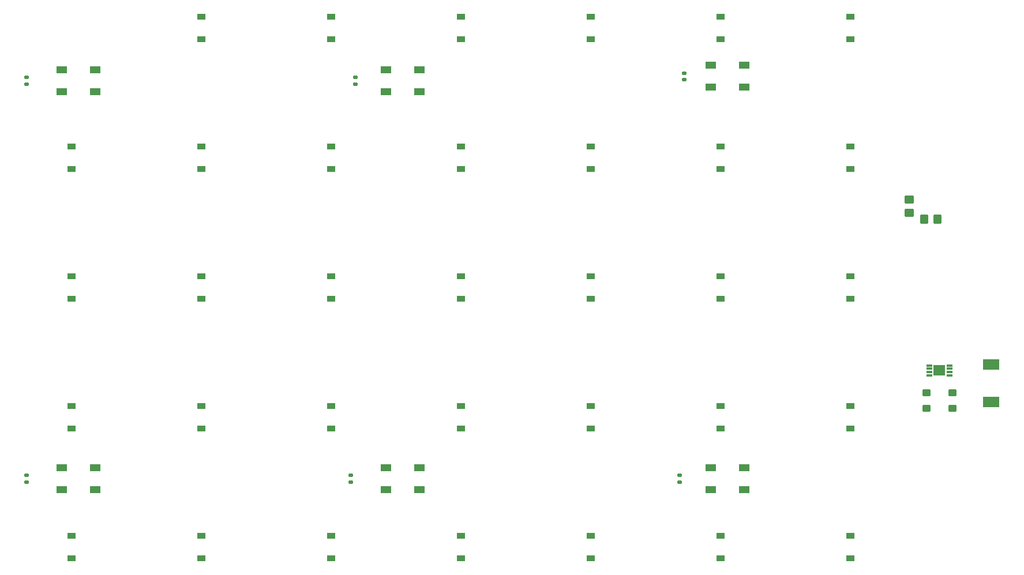
<source format=gbp>
G04 #@! TF.GenerationSoftware,KiCad,Pcbnew,(6.0.1)*
G04 #@! TF.CreationDate,2022-04-12T16:56:48+02:00*
G04 #@! TF.ProjectId,Keyboard Left Hand Side,4b657962-6f61-4726-9420-4c6566742048,rev?*
G04 #@! TF.SameCoordinates,Original*
G04 #@! TF.FileFunction,Paste,Bot*
G04 #@! TF.FilePolarity,Positive*
%FSLAX46Y46*%
G04 Gerber Fmt 4.6, Leading zero omitted, Abs format (unit mm)*
G04 Created by KiCad (PCBNEW (6.0.1)) date 2022-04-12 16:56:48*
%MOMM*%
%LPD*%
G01*
G04 APERTURE LIST*
G04 Aperture macros list*
%AMRoundRect*
0 Rectangle with rounded corners*
0 $1 Rounding radius*
0 $2 $3 $4 $5 $6 $7 $8 $9 X,Y pos of 4 corners*
0 Add a 4 corners polygon primitive as box body*
4,1,4,$2,$3,$4,$5,$6,$7,$8,$9,$2,$3,0*
0 Add four circle primitives for the rounded corners*
1,1,$1+$1,$2,$3*
1,1,$1+$1,$4,$5*
1,1,$1+$1,$6,$7*
1,1,$1+$1,$8,$9*
0 Add four rect primitives between the rounded corners*
20,1,$1+$1,$2,$3,$4,$5,0*
20,1,$1+$1,$4,$5,$6,$7,0*
20,1,$1+$1,$6,$7,$8,$9,0*
20,1,$1+$1,$8,$9,$2,$3,0*%
G04 Aperture macros list end*
%ADD10RoundRect,0.140000X-0.170000X0.140000X-0.170000X-0.140000X0.170000X-0.140000X0.170000X0.140000X0*%
%ADD11R,1.200000X0.900000*%
%ADD12RoundRect,0.250000X-0.450000X0.350000X-0.450000X-0.350000X0.450000X-0.350000X0.450000X0.350000X0*%
%ADD13R,1.500000X1.000000*%
%ADD14RoundRect,0.250000X-0.350000X0.275000X-0.350000X-0.275000X0.350000X-0.275000X0.350000X0.275000X0*%
%ADD15R,0.850000X0.300000*%
%ADD16R,1.700000X1.600000*%
%ADD17R,2.400000X1.500000*%
%ADD18RoundRect,0.250000X-0.350000X-0.450000X0.350000X-0.450000X0.350000X0.450000X-0.350000X0.450000X0*%
G04 APERTURE END LIST*
D10*
X149860000Y-58575000D03*
X149860000Y-59535000D03*
X53340000Y-59210000D03*
X53340000Y-60170000D03*
D11*
X155210000Y-72635000D03*
X155210000Y-69335000D03*
D10*
X101600000Y-59210000D03*
X101600000Y-60170000D03*
D11*
X155210000Y-110735000D03*
X155210000Y-107435000D03*
X174260000Y-53585000D03*
X174260000Y-50285000D03*
X174260000Y-129800000D03*
X174260000Y-126500000D03*
X59960000Y-91685000D03*
X59960000Y-88385000D03*
X79010000Y-129785000D03*
X79010000Y-126485000D03*
X117110000Y-53585000D03*
X117110000Y-50285000D03*
D12*
X182880000Y-77105000D03*
X182880000Y-79105000D03*
D13*
X106135000Y-61290000D03*
X106135000Y-58090000D03*
X111035000Y-58090000D03*
X111035000Y-61290000D03*
D11*
X155210000Y-53585000D03*
X155210000Y-50285000D03*
X174250000Y-91670000D03*
X174250000Y-88370000D03*
D14*
X185420000Y-105530000D03*
X185420000Y-107830000D03*
D11*
X98060000Y-110735000D03*
X98060000Y-107435000D03*
X117110000Y-53585000D03*
X117110000Y-50285000D03*
X155210000Y-110735000D03*
X155210000Y-107435000D03*
X59960000Y-72640000D03*
X59960000Y-69340000D03*
X117110000Y-91685000D03*
X117110000Y-88385000D03*
X117110000Y-110735000D03*
X117110000Y-107435000D03*
X98080000Y-72640000D03*
X98080000Y-69340000D03*
D15*
X188775000Y-101485000D03*
X188775000Y-101985000D03*
X188775000Y-102485000D03*
X188775000Y-102985000D03*
X185875000Y-102985000D03*
X185875000Y-102485000D03*
X185875000Y-101985000D03*
X185875000Y-101485000D03*
D16*
X187325000Y-102235000D03*
D13*
X153760000Y-60655000D03*
X153760000Y-57455000D03*
X158660000Y-57455000D03*
X158660000Y-60655000D03*
D11*
X59960000Y-129785000D03*
X59960000Y-126485000D03*
X117110000Y-72635000D03*
X117110000Y-69335000D03*
X79010000Y-72635000D03*
X79010000Y-69335000D03*
D13*
X111035000Y-116510000D03*
X111035000Y-119710000D03*
X106135000Y-119710000D03*
X106135000Y-116510000D03*
D11*
X155220000Y-129790000D03*
X155220000Y-126490000D03*
X136160000Y-72635000D03*
X136160000Y-69335000D03*
X79010000Y-91685000D03*
X79010000Y-88385000D03*
X136160000Y-129790000D03*
X136160000Y-126490000D03*
X136160000Y-91685000D03*
X136160000Y-88385000D03*
X59960000Y-110735000D03*
X59960000Y-107435000D03*
X98050000Y-53590000D03*
X98050000Y-50290000D03*
X79010000Y-129785000D03*
X79010000Y-126485000D03*
X79010000Y-91685000D03*
X79010000Y-88385000D03*
X79010000Y-53585000D03*
X79010000Y-50285000D03*
D14*
X189230000Y-105530000D03*
X189230000Y-107830000D03*
D10*
X149225000Y-117630000D03*
X149225000Y-118590000D03*
D11*
X136160000Y-110735000D03*
X136160000Y-107435000D03*
D17*
X194945000Y-106890000D03*
X194945000Y-101390000D03*
D13*
X63410000Y-116510000D03*
X63410000Y-119710000D03*
X58510000Y-119710000D03*
X58510000Y-116510000D03*
D11*
X117110000Y-72635000D03*
X117110000Y-69335000D03*
X79010000Y-72635000D03*
X79010000Y-69335000D03*
X136160000Y-110735000D03*
X136160000Y-107435000D03*
X155210000Y-53585000D03*
X155210000Y-50285000D03*
X98060000Y-91670000D03*
X98060000Y-88370000D03*
X117110000Y-129785000D03*
X117110000Y-126485000D03*
X155210000Y-91690000D03*
X155210000Y-88390000D03*
X79010000Y-110735000D03*
X79010000Y-107435000D03*
X59960000Y-91685000D03*
X59960000Y-88385000D03*
X174250000Y-110740000D03*
X174250000Y-107440000D03*
X136160000Y-53585000D03*
X136160000Y-50285000D03*
D18*
X185055000Y-80010000D03*
X187055000Y-80010000D03*
D13*
X158660000Y-116510000D03*
X158660000Y-119710000D03*
X153760000Y-119710000D03*
X153760000Y-116510000D03*
D11*
X174270000Y-72640000D03*
X174270000Y-69340000D03*
D10*
X100965000Y-117630000D03*
X100965000Y-118590000D03*
D13*
X58510000Y-61290000D03*
X58510000Y-58090000D03*
X63410000Y-58090000D03*
X63410000Y-61290000D03*
D11*
X117110000Y-110735000D03*
X117110000Y-107435000D03*
X174260000Y-53585000D03*
X174260000Y-50285000D03*
X155210000Y-72635000D03*
X155210000Y-69335000D03*
X136160000Y-91685000D03*
X136160000Y-88385000D03*
D10*
X53340000Y-117630000D03*
X53340000Y-118590000D03*
D11*
X59960000Y-110735000D03*
X59960000Y-107435000D03*
X79010000Y-110735000D03*
X79010000Y-107435000D03*
X98060000Y-129785000D03*
X98060000Y-126485000D03*
X117110000Y-129785000D03*
X117110000Y-126485000D03*
X98060000Y-129785000D03*
X98060000Y-126485000D03*
M02*

</source>
